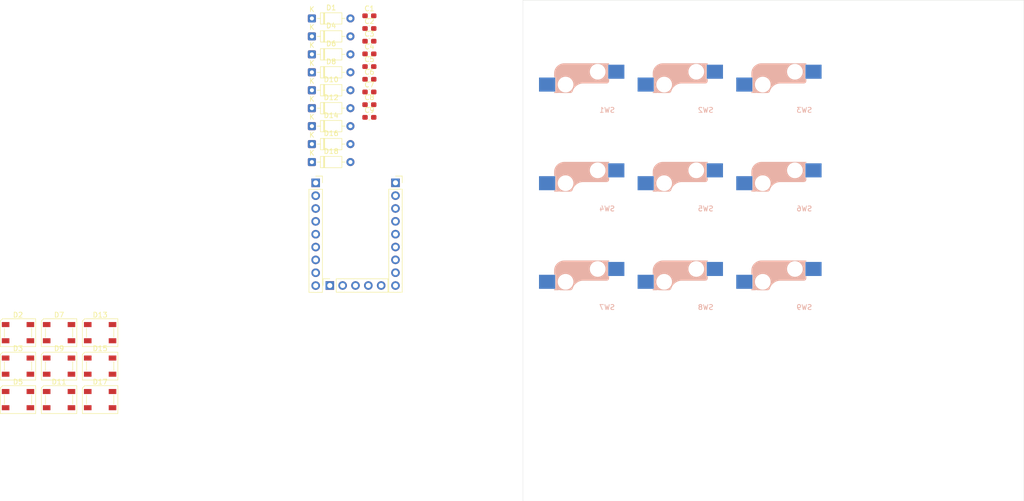
<source format=kicad_pcb>
(kicad_pcb (version 20241229) (generator "pcbnew") (generator_version "9.0")
  (layers (0 "F.Cu" signal) (2 "B.Cu" signal) (13 "F.Paste" user) (15 "B.Paste" user) (5 "F.SilkS" user "F.Silkscreen") (7 "B.SilkS" user "B.Silkscreen") (1 "F.Mask" user) (3 "B.Mask" user) (25 "Edge.Cuts" user))
  (net 0 "")
  (net 1 "+5V")
  (net 2 "GND")
  (net 3 "Net-(D1-K)")
  (net 4 "Net-(D1-A)")
  (net 5 "Net-(D2-DOUT)")
  (net 6 "Net-(D2-DIN)")
  (net 7 "Net-(D3-DOUT)")
  (net 8 "Net-(D4-A)")
  (net 9 "Net-(D5-DOUT)")
  (net 10 "Net-(D6-A)")
  (net 11 "Net-(D7-DOUT)")
  (net 12 "Net-(D10-K)")
  (net 13 "Net-(D8-A)")
  (net 14 "Net-(D11-DIN)")
  (net 15 "Net-(D10-A)")
  (net 16 "Net-(D11-DOUT)")
  (net 17 "Net-(D12-A)")
  (net 18 "Net-(D13-DOUT)")
  (net 19 "Net-(D14-A)")
  (net 20 "Net-(D14-K)")
  (net 21 "Net-(D15-DOUT)")
  (net 22 "Net-(D16-A)")
  (net 24 "Net-(D18-A)")
  (net 25 "Net-(SW1-Pad1)")
  (net 26 "Net-(SW2-Pad1)")
  (net 27 "Net-(SW3-Pad1)")
  (footprint "RP2040-ZeroSocket:RP2040-ZeroSocket" (layer "F.Cu") (at 91.45 65.89)
    (property "Reference" "U1" (hide yes))
    (property "Value" "RP2040-Zero" (hide yes))
    (pad "0" thru_hole rect (at 7.61 -10.01) (size 1.7 1.7) (drill 1) (layers "*.Cu" "*.Mask") (net 27 "Net-(SW3-Pad1)"))
    (pad "1" thru_hole circle (at 7.61 -7.47) (size 1.7 1.7) (drill 1) (layers "*.Cu" "*.Mask") (net 26 "Net-(SW2-Pad1)"))
    (pad "2" thru_hole circle (at 7.61 -4.93) (size 1.7 1.7) (drill 1) (layers "*.Cu" "*.Mask") (net 25 "Net-(SW1-Pad1)"))
    (pad "3" thru_hole circle (at 7.61 -2.39) (size 1.7 1.7) (drill 1) (layers "*.Cu" "*.Mask"))
    (pad "4" thru_hole circle (at 7.61 0.15) (size 1.7 1.7) (drill 1) (layers "*.Cu" "*.Mask"))
    (pad "5" thru_hole circle (at 7.61 2.69) (size 1.7 1.7) (drill 1) (layers "*.Cu" "*.Mask"))
    (pad "6" thru_hole circle (at 7.61 5.23) (size 1.7 1.7) (drill 1) (layers "*.Cu" "*.Mask"))
    (pad "7" thru_hole circle (at 7.61 7.77) (size 1.7 1.7) (drill 1) (layers "*.Cu" "*.Mask"))
    (pad "8" thru_hole circle (at 7.61 10.31) (size 1.7 1.7) (drill 1) (layers "*.Cu" "*.Mask"))
    (pad "9" thru_hole circle (at 4.78 10.3 90) (size 1.7 1.7) (drill 1) (layers "*.Cu" "*.Mask"))
    (pad "10" thru_hole circle (at 2.24 10.3 90) (size 1.7 1.7) (drill 1) (layers "*.Cu" "*.Mask"))
    (pad "11" thru_hole circle (at -0.3 10.3 90) (size 1.7 1.7) (drill 1) (layers "*.Cu" "*.Mask"))
    (pad "12" thru_hole circle (at -2.84 10.3 90) (size 1.7 1.7) (drill 1) (layers "*.Cu" "*.Mask"))
    (pad "13" thru_hole rect (at -5.38 10.3 90) (size 1.7 1.7) (drill 1) (layers "*.Cu" "*.Mask") (net 6 "Net-(D2-DIN)"))
    (pad "14" thru_hole circle (at -8.17 10.32) (size 1.7 1.7) (drill 1) (layers "*.Cu" "*.Mask") (net 20 "Net-(D14-K)"))
    (pad "15" thru_hole circle (at -8.17 7.78) (size 1.7 1.7) (drill 1) (layers "*.Cu" "*.Mask") (net 12 "Net-(D10-K)"))
    (pad "26" thru_hole circle (at -8.17 5.24) (size 1.7 1.7) (drill 1) (layers "*.Cu" "*.Mask") (net 3 "Net-(D1-K)"))
    (pad "27" thru_hole circle (at -8.17 2.7) (size 1.7 1.7) (drill 1) (layers "*.Cu" "*.Mask"))
    (pad "28" thru_hole circle (at -8.17 0.16) (size 1.7 1.7) (drill 1) (layers "*.Cu" "*.Mask"))
    (pad "29" thru_hole circle (at -8.17 -2.38) (size 1.7 1.7) (drill 1) (layers "*.Cu" "*.Mask"))
    (pad "30" thru_hole circle (at -8.17 -4.92) (size 1.7 1.7) (drill 1) (layers "*.Cu" "*.Mask"))
    (pad "31" thru_hole circle (at -8.17 -7.46) (size 1.7 1.7) (drill 1) (layers "*.Cu" "*.Mask") (net 2 "GND"))
    (pad "32" thru_hole rect (at -8.17 -10) (size 1.7 1.7) (drill 1) (layers "*.Cu" "*.Mask") (net 1 "+5V"))
  )
  (footprint "LED_SMD:LED_SK6812_PLCC4_5.0x5.0mm_P3.2mm" (layer "F.Cu") (at 32.535 85.515)
    (property "Reference" "D7" (at 0 -3.5 0) (layer "F.SilkS"))
    (property "Value" "SK6812")
    (pad "1" smd rect (at -2.45 -1.6 180) (size 1.5 1) (layers "F.Cu" "F.Mask" "F.Paste") (net 2 "GND"))
    (pad "2" smd rect (at -2.45 1.6 180) (size 1.5 1) (layers "F.Cu" "F.Mask" "F.Paste") (net 9 "Net-(D5-DOUT)"))
    (pad "3" smd rect (at 2.45 1.6 180) (size 1.5 1) (layers "F.Cu" "F.Mask" "F.Paste") (net 1 "+5V"))
    (pad "4" smd rect (at 2.45 -1.6 180) (size 1.5 1) (layers "F.Cu" "F.Mask" "F.Paste") (net 11 "Net-(D7-DOUT)"))
  )
  (footprint "Capacitor_SMD:C_0603_1608Metric_Pad1.08x0.95mm_HandSolder" (layer "F.Cu") (at 93.9 32.9)
    (property "Reference" "C5" (at 0 -1.43 0) (layer "F.SilkS"))
    (property "Value" "0.1uF")
    (pad "1" smd roundrect (at -0.8625 0) (size 1.075 0.95) (layers "F.Cu" "F.Mask" "F.Paste") (net 1 "+5V"))
    (pad "2" smd roundrect (at 0.8625 0) (size 1.075 0.95) (layers "F.Cu" "F.Mask" "F.Paste") (net 2 "GND"))
  )
  (footprint "Capacitor_SMD:C_0603_1608Metric_Pad1.08x0.95mm_HandSolder" (layer "F.Cu") (at 93.9 30.39)
    (property "Reference" "C4" (at 0 -1.43 0) (layer "F.SilkS"))
    (property "Value" "0.1uF")
    (pad "1" smd roundrect (at -0.8625 0) (size 1.075 0.95) (layers "F.Cu" "F.Mask" "F.Paste") (net 1 "+5V"))
    (pad "2" smd roundrect (at 0.8625 0) (size 1.075 0.95) (layers "F.Cu" "F.Mask" "F.Paste") (net 2 "GND"))
  )
  (footprint "Capacitor_SMD:C_0603_1608Metric_Pad1.08x0.95mm_HandSolder" (layer "F.Cu") (at 93.9 27.88)
    (property "Reference" "C3" (at 0 -1.43 0) (layer "F.SilkS"))
    (property "Value" "0.1uF")
    (pad "1" smd roundrect (at -0.8625 0) (size 1.075 0.95) (layers "F.Cu" "F.Mask" "F.Paste") (net 1 "+5V"))
    (pad "2" smd roundrect (at 0.8625 0) (size 1.075 0.95) (layers "F.Cu" "F.Mask" "F.Paste") (net 2 "GND"))
  )
  (footprint "Capacitor_SMD:C_0603_1608Metric_Pad1.08x0.95mm_HandSolder" (layer "F.Cu") (at 93.9 25.37)
    (property "Reference" "C2" (at 0 -1.43 0) (layer "F.SilkS"))
    (property "Value" "0.1uF")
    (pad "1" smd roundrect (at -0.8625 0) (size 1.075 0.95) (layers "F.Cu" "F.Mask" "F.Paste") (net 1 "+5V"))
    (pad "2" smd roundrect (at 0.8625 0) (size 1.075 0.95) (layers "F.Cu" "F.Mask" "F.Paste") (net 2 "GND"))
  )
  (footprint "isw-kbd:CherryMX_Hotswap_1u" (layer "F.Cu") (at 175.5 58.5)
    (property "Reference" "SW6" (at 4.4 2.5 0) (layer "B.SilkS") (effects (justify mirror)))
    (property "Value" "SW_Push" (hide yes))
    (pad "" np_thru_hole circle (at -5.08 0 90) (size 1.7 1.7) (drill 1.7) (layers "*.Cu" "*.Mask"))
    (pad "" np_thru_hole circle (at -3.81 -2.54) (size 3 3) (drill 3) (layers "*.Cu" "*.Mask"))
    (pad "" np_thru_hole circle (at 0 0 90) (size 4 4) (drill 4) (layers "*.Cu"))
    (pad "" np_thru_hole circle (at 2.54 -5.08) (size 3 3) (drill 3) (layers "*.Cu" "*.Mask"))
    (pad "" np_thru_hole circle (at 5.08 0 90) (size 1.7 1.7) (drill 1.7) (layers "*.Cu" "*.Mask"))
    (pad "1" smd rect (at -7.085 -2.54 180) (size 3.2 2.78) (drill (offset 0.378 0)) (layers "B.Cu" "B.Mask" "B.Paste") (net 27 "Net-(SW3-Pad1)"))
    (pad "2" smd rect (at 5.842 -5.08 180) (size 3.2 2.78) (drill (offset -0.378 0)) (layers "B.Cu" "B.Mask" "B.Paste") (net 17 "Net-(D12-A)"))
  )
  (footprint "Capacitor_SMD:C_0603_1608Metric_Pad1.08x0.95mm_HandSolder" (layer "F.Cu") (at 93.9 35.41)
    (property "Reference" "C6" (at 0 -1.43 0) (layer "F.SilkS"))
    (property "Value" "0.1uF")
    (pad "1" smd roundrect (at -0.8625 0) (size 1.075 0.95) (layers "F.Cu" "F.Mask" "F.Paste") (net 1 "+5V"))
    (pad "2" smd roundrect (at 0.8625 0) (size 1.075 0.95) (layers "F.Cu" "F.Mask" "F.Paste") (net 2 "GND"))
  )
  (footprint "Capacitor_SMD:C_0603_1608Metric_Pad1.08x0.95mm_HandSolder" (layer "F.Cu") (at 93.9 37.92)
    (property "Reference" "C7" (at 0 -1.43 0) (layer "F.SilkS"))
    (property "Value" "0.1uF")
    (pad "1" smd roundrect (at -0.8625 0) (size 1.075 0.95) (layers "F.Cu" "F.Mask" "F.Paste") (net 1 "+5V"))
    (pad "2" smd roundrect (at 0.8625 0) (size 1.075 0.95) (layers "F.Cu" "F.Mask" "F.Paste") (net 2 "GND"))
  )
  (footprint "Capacitor_SMD:C_0603_1608Metric_Pad1.08x0.95mm_HandSolder" (layer "F.Cu") (at 93.9 42.94)
    (property "Reference" "C9" (at 0 -1.43 0) (layer "F.SilkS"))
    (property "Value" "0.1uF")
    (pad "1" smd roundrect (at -0.8625 0) (size 1.075 0.95) (layers "F.Cu" "F.Mask" "F.Paste") (net 1 "+5V"))
    (pad "2" smd roundrect (at 0.8625 0) (size 1.075 0.95) (layers "F.Cu" "F.Mask" "F.Paste") (net 2 "GND"))
  )
  (footprint "isw-kbd:CherryMX_Hotswap_1u" (layer "F.Cu") (at 175.5 78)
    (property "Reference" "SW9" (at 4.4 2.5 0) (layer "B.SilkS") (effects (justify mirror)))
    (property "Value" "SW_Push" (hide yes))
    (pad "" np_thru_hole circle (at -5.08 0 90) (size 1.7 1.7) (drill 1.7) (layers "*.Cu" "*.Mask"))
    (pad "" np_thru_hole circle (at -3.81 -2.54) (size 3 3) (drill 3) (layers "*.Cu" "*.Mask"))
    (pad "" np_thru_hole circle (at 0 0 90) (size 4 4) (drill 4) (layers "*.Cu"))
    (pad "" np_thru_hole circle (at 2.54 -5.08) (size 3 3) (drill 3) (layers "*.Cu" "*.Mask"))
    (pad "" np_thru_hole circle (at 5.08 0 90) (size 1.7 1.7) (drill 1.7) (layers "*.Cu" "*.Mask"))
    (pad "1" smd rect (at -7.085 -2.54 180) (size 3.2 2.78) (drill (offset 0.378 0)) (layers "B.Cu" "B.Mask" "B.Paste") (net 27 "Net-(SW3-Pad1)"))
    (pad "2" smd rect (at 5.842 -5.08 180) (size 3.2 2.78) (drill (offset -0.378 0)) (layers "B.Cu" "B.Mask" "B.Paste") (net 24 "Net-(D18-A)"))
  )
  (footprint "LED_SMD:LED_SK6812_PLCC4_5.0x5.0mm_P3.2mm" (layer "F.Cu") (at 40.655 92.135)
    (property "Reference" "D15" (at 0 -3.5 0) (layer "F.SilkS"))
    (property "Value" "SK6812")
    (pad "1" smd rect (at -2.45 -1.6 180) (size 1.5 1) (layers "F.Cu" "F.Mask" "F.Paste") (net 2 "GND"))
    (pad "2" smd rect (at -2.45 1.6 180) (size 1.5 1) (layers "F.Cu" "F.Mask" "F.Paste") (net 18 "Net-(D13-DOUT)"))
    (pad "3" smd rect (at 2.45 1.6 180) (size 1.5 1) (layers "F.Cu" "F.Mask" "F.Paste") (net 1 "+5V"))
    (pad "4" smd rect (at 2.45 -1.6 180) (size 1.5 1) (layers "F.Cu" "F.Mask" "F.Paste") (net 21 "Net-(D15-DOUT)"))
  )
  (footprint "LED_SMD:LED_SK6812_PLCC4_5.0x5.0mm_P3.2mm" (layer "F.Cu") (at 40.655 85.515)
    (property "Reference" "D13" (at 0 -3.5 0) (layer "F.SilkS"))
    (property "Value" "SK6812")
    (pad "1" smd rect (at -2.45 -1.6 180) (size 1.5 1) (layers "F.Cu" "F.Mask" "F.Paste") (net 2 "GND"))
    (pad "2" smd rect (at -2.45 1.6 180) (size 1.5 1) (layers "F.Cu" "F.Mask" "F.Paste") (net 16 "Net-(D11-DOUT)"))
    (pad "3" smd rect (at 2.45 1.6 180) (size 1.5 1) (layers "F.Cu" "F.Mask" "F.Paste") (net 1 "+5V"))
    (pad "4" smd rect (at 2.45 -1.6 180) (size 1.5 1) (layers "F.Cu" "F.Mask" "F.Paste") (net 18 "Net-(D13-DOUT)"))
  )
  (footprint "LED_SMD:LED_SK6812_PLCC4_5.0x5.0mm_P3.2mm" (layer "F.Cu") (at 24.415 92.135)
    (property "Reference" "D3" (at 0 -3.5 0) (layer "F.SilkS"))
    (property "Value" "SK6812")
    (pad "1" smd rect (at -2.45 -1.6 180) (size 1.5 1) (layers "F.Cu" "F.Mask" "F.Paste") (net 2 "GND"))
    (pad "2" smd rect (at -2.45 1.6 180) (size 1.5 1) (layers "F.Cu" "F.Mask" "F.Paste") (net 5 "Net-(D2-DOUT)"))
    (pad "3" smd rect (at 2.45 1.6 180) (size 1.5 1) (layers "F.Cu" "F.Mask" "F.Paste") (net 1 "+5V"))
    (pad "4" smd rect (at 2.45 -1.6 180) (size 1.5 1) (layers "F.Cu" "F.Mask" "F.Paste") (net 7 "Net-(D3-DOUT)"))
  )
  (footprint "Diode_THT:D_DO-35_SOD27_P7.62mm_Horizontal" (layer "F.Cu") (at 82.53 48.23)
    (property "Reference" "D16" (at 3.81 -2.12 0) (layer "F.SilkS"))
    (property "Value" "1N4148")
    (fp_text user "K" (at 0 -1.8 0) (layer "F.SilkS"))
    (pad "1" thru_hole roundrect (at 0 0) (size 1.6 1.6) (drill 0.8) (layers "*.Cu" "*.Mask") (roundrect_rratio 0.15625) (net 20 "Net-(D14-K)"))
    (pad "2" thru_hole circle (at 7.62 0) (size 1.6 1.6) (drill 0.8) (layers "*.Cu" "*.Mask") (net 22 "Net-(D16-A)"))
  )
  (footprint "Capacitor_SMD:C_0603_1608Metric_Pad1.08x0.95mm_HandSolder" (layer "F.Cu") (at 93.9 40.43)
    (property "Reference" "C8" (at 0 -1.43 0) (layer "F.SilkS"))
    (property "Value" "0.1uF")
    (pad "1" smd roundrect (at -0.8625 0) (size 1.075 0.95) (layers "F.Cu" "F.Mask" "F.Paste") (net 1 "+5V"))
    (pad "2" smd roundrect (at 0.8625 0) (size 1.075 0.95) (layers "F.Cu" "F.Mask" "F.Paste") (net 2 "GND"))
  )
  (footprint "isw-kbd:CherryMX_Hotswap_1u" (layer "F.Cu") (at 156 58.5)
    (property "Reference" "SW5" (at 4.4 2.5 0) (layer "B.SilkS") (effects (justify mirror)))
    (property "Value" "SW_Push" (hide yes))
    (pad "" np_thru_hole circle (at -5.08 0 90) (size 1.7 1.7) (drill 1.7) (layers "*.Cu" "*.Mask"))
    (pad "" np_thru_hole circle (at -3.81 -2.54) (size 3 3) (drill 3) (layers "*.Cu" "*.Mask"))
    (pad "" np_thru_hole circle (at 0 0 90) (size 4 4) (drill 4) (layers "*.Cu"))
    (pad "" np_thru_hole circle (at 2.54 -5.08) (size 3 3) (drill 3) (layers "*.Cu" "*.Mask"))
    (pad "" np_thru_hole circle (at 5.08 0 90) (size 1.7 1.7) (drill 1.7) (layers "*.Cu" "*.Mask"))
    (pad "1" smd rect (at -7.085 -2.54 180) (size 3.2 2.78) (drill (offset 0.378 0)) (layers "B.Cu" "B.Mask" "B.Paste") (net 26 "Net-(SW2-Pad1)"))
    (pad "2" smd rect (at 5.842 -5.08 180) (size 3.2 2.78) (drill (offset -0.378 0)) (layers "B.Cu" "B.Mask" "B.Paste") (net 15 "Net-(D10-A)"))
  )
  (footprint "isw-kbd:CherryMX_Hotswap_1u" (layer "F.Cu") (at 175.5 39)
    (property "Reference" "SW3" (at 4.4 2.5 0) (layer "B.SilkS") (effects (justify mirror)))
    (property "Value" "SW_Push" (hide yes))
    (pad "" np_thru_hole circle (at -5.08 0 90) (size 1.7 1.7) (drill 1.7) (layers "*.Cu" "*.Mask"))
    (pad "" np_thru_hole circle (at -3.81 -2.54) (size 3 3) (drill 3) (layers "*.Cu" "*.Mask"))
    (pad "" np_thru_hole circle (at 0 0 90) (size 4 4) (drill 4) (layers "*.Cu"))
    (pad "" np_thru_hole circle (at 2.54 -5.08) (size 3 3) (drill 3) (layers "*.Cu" "*.Mask"))
    (pad "" np_thru_hole circle (at 5.08 0 90) (size 1.7 1.7) (drill 1.7) (layers "*.Cu" "*.Mask"))
    (pad "1" smd rect (at -7.085 -2.54 180) (size 3.2 2.78) (drill (offset 0.378 0)) (layers "B.Cu" "B.Mask" "B.Paste") (net 27 "Net-(SW3-Pad1)"))
    (pad "2" smd rect (at 5.842 -5.08 180) (size 3.2 2.78) (drill (offset -0.378 0)) (layers "B.Cu" "B.Mask" "B.Paste") (net 10 "Net-(D6-A)"))
  )
  (footprint "LED_SMD:LED_SK6812_PLCC4_5.0x5.0mm_P3.2mm" (layer "F.Cu") (at 24.415 98.755)
    (property "Reference" "D5" (at 0 -3.5 0) (layer "F.SilkS"))
    (property "Value" "SK6812")
    (pad "1" smd rect (at -2.45 -1.6 180) (size 1.5 1) (layers "F.Cu" "F.Mask" "F.Paste") (net 2 "GND"))
    (pad "2" smd rect (at -2.45 1.6 180) (size 1.5 1) (layers "F.Cu" "F.Mask" "F.Paste") (net 7 "Net-(D3-DOUT)"))
    (pad "3" smd rect (at 2.45 1.6 180) (size 1.5 1) (layers "F.Cu" "F.Mask" "F.Paste") (net 1 "+5V"))
    (pad "4" smd rect (at 2.45 -1.6 180) (size 1.5 1) (layers "F.Cu" "F.Mask" "F.Paste") (net 9 "Net-(D5-DOUT)"))
  )
  (footprint "LED_SMD:LED_SK6812_PLCC4_5.0x5.0mm_P3.2mm" (layer "F.Cu") (at 40.655 98.755)
    (property "Reference" "D17" (at 0 -3.5 0) (layer "F.SilkS"))
    (property "Value" "SK6812")
    (pad "1" smd rect (at -2.45 -1.6 180) (size 1.5 1) (layers "F.Cu" "F.Mask" "F.Paste") (net 2 "GND"))
    (pad "2" smd rect (at -2.45 1.6 180) (size 1.5 1) (layers "F.Cu" "F.Mask" "F.Paste") (net 21 "Net-(D15-DOUT)"))
    (pad "3" smd rect (at 2.45 1.6 180) (size 1.5 1) (layers "F.Cu" "F.Mask" "F.Paste") (net 1 "+5V"))
    (pad "4" smd rect (at 2.45 -1.6 180) (size 1.5 1) (layers "F.Cu" "F.Mask" "F.Paste"))
  )
  (footprint "isw-kbd:CherryMX_Hotswap_1u" (layer "F.Cu") (at 156 78)
    (property "Reference" "SW8" (at 4.4 2.5 0) (layer "B.SilkS") (effects (justify mirror)))
    (property "Value" "SW_Push" (hide yes))
    (pad "" np_thru_hole circle (at -5.08 0 90) (size 1.7 1.7) (drill 1.7) (layers "*.Cu" "*.Mask"))
    (pad "" np_thru_hole circle (at -3.81 -2.54) (size 3 3) (drill 3) (layers "*.Cu" "*.Mask"))
    (pad "" np_thru_hole circle (at 0 0 90) (size 4 4) (drill 4) (layers "*.Cu"))
    (pad "" np_thru_hole circle (at 2.54 -5.08) (size 3 3) (drill 3) (layers "*.Cu" "*.Mask"))
    (pad "" np_thru_hole circle (at 5.08 0 90) (size 1.7 1.7) (drill 1.7) (layers "*.Cu" "*.Mask"))
    (pad "1" smd rect (at -7.085 -2.54 180) (size 3.2 2.78) (drill (offset 0.378 0)) (layers "B.Cu" "B.Mask" "B.Paste") (net 26 "Net-(SW2-Pad1)"))
    (pad "2" smd rect (at 5.842 -5.08 180) (size 3.2 2.78) (drill (offset -0.378 0)) (layers "B.Cu" "B.Mask" "B.Paste") (net 22 "Net-(D16-A)"))
  )
  (footprint "isw-kbd:CherryMX_Hotswap_1u" (layer "F.Cu") (at 136.5 58.5)
    (property "Reference" "SW4" (at 4.4 2.5 0) (layer "B.SilkS") (effects (justify mirror)))
    (property "Value" "SW_Push" (hide yes))
    (pad "" np_thru_hole circle (at -5.08 0 90) (size 1.7 1.7) (drill 1.7) (layers "*.Cu" "*.Mask"))
    (pad "" np_thru_hole circle (at -3.81 -2.54) (size 3 3) (drill 3) (layers "*.Cu" "*.Mask"))
    (pad "" np_thru_hole circle (at 0 0 90) (size 4 4) (drill 4) (layers "*.Cu"))
    (pad "" np_thru_hole circle (at 2.54 -5.08) (size 3 3) (drill 3) (layers "*.Cu" "*.Mask"))
    (pad "" np_thru_hole circle (at 5.08 0 90) (size 1.7 1.7) (drill 1.7) (layers "*.Cu" "*.Mask"))
    (pad "1" smd rect (at -7.085 -2.54 180) (size 3.2 2.78) (drill (offset 0.378 0)) (layers "B.Cu" "B.Mask" "B.Paste") (net 25 "Net-(SW1-Pad1)"))
    (pad "2" smd rect (at 5.842 -5.08 180) (size 3.2 2.78) (drill (offset -0.378 0)) (layers "B.Cu" "B.Mask" "B.Paste") (net 13 "Net-(D8-A)"))
  )
  (footprint "isw-kbd:CherryMX_Hotswap_1u" (layer "F.Cu") (at 136.5 78)
    (property "Reference" "SW7" (at 4.4 2.5 0) (layer "B.SilkS") (effects (justify mirror)))
    (property "Value" "SW_Push" (hide yes))
    (pad "" np_thru_hole circle (at -5.08 0 90) (size 1.7 1.7) (drill 1.7) (layers "*.Cu" "*.Mask"))
    (pad "" np_thru_hole circle (at -3.81 -2.54) (size 3 3) (drill 3) (layers "*.Cu" "*.Mask"))
    (pad "" np_thru_hole circle (at 0 0 90) (size 4 4) (drill 4) (layers "*.Cu"))
    (pad "" np_thru_hole circle (at 2.54 -5.08) (size 3 3) (drill 3) (layers "*.Cu" "*.Mask"))
    (pad "" np_thru_hole circle (at 5.08 0 90) (size 1.7 1.7) (drill 1.7) (layers "*.Cu" "*.Mask"))
    (pad "1" smd rect (at -7.085 -2.54 180) (size 3.2 2.78) (drill (offset 0.378 0)) (layers "B.Cu" "B.Mask" "B.Paste") (net 25 "Net-(SW1-Pad1)"))
    (pad "2" smd rect (at 5.842 -5.08 180) (size 3.2 2.78) (drill (offset -0.378 0)) (layers "B.Cu" "B.Mask" "B.Paste") (net 19 "Net-(D14-A)"))
  )
  (footprint "Diode_THT:D_DO-35_SOD27_P7.62mm_Horizontal" (layer "F.Cu") (at 82.53 30.48)
    (property "Reference" "D6" (at 3.81 -2.12 0) (layer "F.SilkS"))
    (property "Value" "1N4148")
    (fp_text user "K" (at 0 -1.8 0) (layer "F.SilkS"))
    (pad "1" thru_hole roundrect (at 0 0) (size 1.6 1.6) (drill 0.8) (layers "*.Cu" "*.Mask") (roundrect_rratio 0.15625) (net 3 "Net-(D1-K)"))
    (pad "2" thru_hole circle (at 7.62 0) (size 1.6 1.6) (drill 0.8) (layers "*.Cu" "*.Mask") (net 10 "Net-(D6-A)"))
  )
  (footprint "isw-kbd:CherryMX_Hotswap_1u" (layer "F.Cu") (at 136.5 39)
    (property "Reference" "SW1" (at 4.4 2.5 0) (layer "B.SilkS") (effects (justify mirror)))
    (property "Value" "SW_Push" (hide yes))
    (pad "" np_thru_hole circle (at -5.08 0 90) (size 1.7 1.7) (drill 1.7) (layers "*.Cu" "*.Mask"))
    (pad "" np_thru_hole circle (at -3.81 -2.54) (size 3 3) (drill 3) (layers "*.Cu" "*.Mask"))
    (pad "" np_thru_hole circle (at 0 0 90) (size 4 4) (drill 4) (layers "*.Cu"))
    (pad "" np_thru_hole circle (at 2.54 -5.08) (size 3 3) (drill 3) (layers "*.Cu" "*.Mask"))
    (pad "" np_thru_hole circle (at 5.08 0 90) (size 1.7 1.7) (drill 1.7) (layers "*.Cu" "*.Mask"))
    (pad "1" smd rect (at -7.085 -2.54 180) (size 3.2 2.78) (drill (offset 0.378 0)) (layers "B.Cu" "B.Mask" "B.Paste") (net 25 "Net-(SW1-Pad1)"))
    (pad "2" smd rect (at 5.842 -5.08 180) (size 3.2 2.78) (drill (offset -0.378 0)) (layers "B.Cu" "B.Mask" "B.Paste") (net 4 "Net-(D1-A)"))
  )
  (footprint "LED_SMD:LED_SK6812_PLCC4_5.0x5.0mm_P3.2mm" (layer "F.Cu") (at 24.415 85.515)
    (property "Reference" "D2" (at 0 -3.5 0) (layer "F.SilkS"))
    (property "Value" "SK6812")
    (pad "1" smd rect (at -2.45 -1.6 180) (size 1.5 1) (layers "F.Cu" "F.Mask" "F.Paste") (net 2 "GND"))
    (pad "2" smd rect (at -2.45 1.6 180) (size 1.5 1) (layers "F.Cu" "F.Mask" "F.Paste") (net 6 "Net-(D2-DIN)"))
    (pad "3" smd rect (at 2.45 1.6 180) (size 1.5 1) (layers "F.Cu" "F.Mask" "F.Paste") (net 1 "+5V"))
    (pad "4" smd rect (at 2.45 -1.6 180) (size 1.5 1) (layers "F.Cu" "F.Mask" "F.Paste") (net 5 "Net-(D2-DOUT)"))
  )
  (footprint "Diode_THT:D_DO-35_SOD27_P7.62mm_Horizontal" (layer "F.Cu") (at 82.53 41.13)
    (property "Reference" "D12" (at 3.81 -2.12 0) (layer "F.SilkS"))
    (property "Value" "1N4148")
    (fp_text user "K" (at 0 -1.8 0) (layer "F.SilkS"))
    (pad "1" thru_hole roundrect (at 0 0) (size 1.6 1.6) (drill 0.8) (layers "*.Cu" "*.Mask") (roundrect_rratio 0.15625) (net 12 "Net-(D10-K)"))
    (pad "2" thru_hole circle (at 7.62 0) (size 1.6 1.6) (drill 0.8) (layers "*.Cu" "*.Mask") (net 17 "Net-(D12-A)"))
  )
  (footprint "Diode_THT:D_DO-35_SOD27_P7.62mm_Horizontal" (layer "F.Cu") (at 82.53 51.78)
    (property "Reference" "D18" (at 3.81 -2.12 0) (layer "F.SilkS"))
    (property "Value" "1N4148")
    (fp_text user "K" (at 0 -1.8 0) (layer "F.SilkS"))
    (pad "1" thru_hole roundrect (at 0 0) (size 1.6 1.6) (drill 0.8) (layers "*.Cu" "*.Mask") (roundrect_rratio 0.15625) (net 20 "Net-(D14-K)"))
    (pad "2" thru_hole circle (at 7.62 0) (size 1.6 1.6) (drill 0.8) (layers "*.Cu" "*.Mask") (net 24 "Net-(D18-A)"))
  )
  (footprint "Diode_THT:D_DO-35_SOD27_P7.62mm_Horizontal" (layer "F.Cu") (at 82.53 34.03)
    (property "Reference" "D8" (at 3.81 -2.12 0) (layer "F.SilkS"))
    (property "Value" "1N4148")
    (fp_text user "K" (at 0 -1.8 0) (layer "F.SilkS"))
    (pad "1" thru_hole roundrect (at 0 0) (size 1.6 1.6) (drill 0.8) (layers "*.Cu" "*.Mask") (roundrect_rratio 0.15625) (net 12 "Net-(D10-K)"))
    (pad "2" thru_hole circle (at 7.62 0) (size 1.6 1.6) (drill 0.8) (layers "*.Cu" "*.Mask") (net 13 "Net-(D8-A)"))
  )
  (footprint "Capacitor_SMD:C_0603_1608Metric_Pad1.08x0.95mm_HandSolder" (layer "F.Cu") (at 93.9 22.86)
    (property "Reference" "C1" (at 0 -1.43 0) (layer "F.SilkS"))
    (property "Value" "0.1uF")
    (pad "1" smd roundrect (at -0.8625 0) (size 1.075 0.95) (layers "F.Cu" "F.Mask" "F.Paste") (net 1 "+5V"))
    (pad "2" smd roundrect (at 0.8625 0) (size 1.075 0.95) (layers "F.Cu" "F.Mask" "F.Paste") (net 2 "GND"))
  )
  (footprint "Diode_THT:D_DO-35_SOD27_P7.62mm_Horizontal" (layer "F.Cu") (at 82.53 26.93)
    (property "Reference" "D4" (at 3.81 -2.12 0) (layer "F.SilkS"))
    (property "Value" "1N4148")
    (fp_text user "K" (at 0 -1.8 0) (layer "F.SilkS"))
    (pad "1" thru_hole roundrect (at 0 0) (size 1.6 1.6) (drill 0.8) (layers "*.Cu" "*.Mask") (roundrect_rratio 0.15625) (net 3 "Net-(D1-K)"))
    (pad "2" thru_hole circle (at 7.62 0) (size 1.6 1.6) (drill 0.8) (layers "*.Cu" "*.Mask") (net 8 "Net-(D4-A)"))
  )
  (footprint "isw-kbd:CherryMX_Hotswap_1u" (layer "F.Cu") (at 156 39)
    (property "Reference" "SW2" (at 4.4 2.5 0) (layer "B.SilkS") (effects (justify mirror)))
    (property "Value" "SW_Push" (hide yes))
    (pad "" np_thru_hole circle (at -5.08 0 90) (size 1.7 1.7) (drill 1.7) (layers "*.Cu" "*.Mask"))
    (pad "" np_thru_hole circle (at -3.81 -2.54) (size 3 3) (drill 3) (layers "*.Cu" "*.Mask"))
    (pad "" np_thru_hole circle (at 0 0 90) (size 4 4) (drill 4) (layers "*.Cu"))
    (pad "" np_thru_hole circle (at 2.54 -5.08) (size 3 3) (drill 3) (layers "*.Cu" "*.Mask"))
    (pad "" np_thru_hole circle (at 5.08 0 90) (size 1.7 1.7) (drill 1.7) (layers "*.Cu" "*.Mask"))
    (pad "1" smd rect (at -7.085 -2.54 180) (size 3.2 2.78) (drill (offset 0.378 0)) (layers "B.Cu" "B.Mask" "B.Paste") (net 26 "Net-(SW2-Pad1)"))
    (pad "2" smd rect (at 5.842 -5.08 180) (size 3.2 2.78) (drill (offset -0.378 0)) (layers "B.Cu" "B.Mask" "B.Paste") (net 8 "Net-(D4-A)"))
  )
  (footprint "LED_SMD:LED_SK6812_PLCC4_5.0x5.0mm_P3.2mm" (layer "F.Cu") (at 32.535 98.755)
    (property "Reference" "D11" (at 0 -3.5 0) (layer "F.SilkS"))
    (property "Value" "SK6812")
    (pad "1" smd rect (at -2.45 -1.6 180) (size 1.5 1) (layers "F.Cu" "F.Mask" "F.Paste") (net 2 "GND"))
    (pad "2" smd rect (at -2.45 1.6 180) (size 1.5 1) (layers "F.Cu" "F.Mask" "F.Paste") (net 14 "Net-(D11-DIN)"))
    (pad "3" smd rect (at 2.45 1.6 180) (size 1.5 1) (layers "F.Cu" "F.Mask" "F.Paste") (net 1 "+5V"))
    (pad "4" smd rect (at 2.45 -1.6 180) (size 1.5 1) (layers "F.Cu" "F.Mask" "F.Paste") (net 16 "Net-(D11-DOUT)"))
  )
  (footprint "Diode_THT:D_DO-35_SOD27_P7.62mm_Horizontal" (layer "F.Cu") (at 82.53 44.68)
    (property "Reference" "D14" (at 3.81 -2.12 0) (layer "F.SilkS"))
    (property "Value" "1N4148")
    (fp_text user "K" (at 0 -1.8 0) (layer "F.SilkS"))
    (pad "1" thru_hole roundrect (at 0 0) (size 1.6 1.6) (drill 0.8) (layers "*.Cu" "*.Mask") (roundrect_rratio 0.15625) (net 20 "Net-(D14-K)"))
    (pad "2" thru_hole circle (at 7.62 0) (size 1.6 1.6) (drill 0.8) (layers "*.Cu" "*.Mask") (net 19 "Net-(D14-A)"))
  )
  (footprint "Diode_THT:D_DO-35_SOD27_P7.62mm_Horizontal" (layer "F.Cu") (at 82.53 23.38)
    (property "Reference" "D1" (at 3.81 -2.12 0) (layer "F.SilkS"))
    (property "Value" "1N4148")
    (fp_text user "K" (at 0 -1.8 0) (layer "F.SilkS"))
    (pad "1" thru_hole roundrect (at 0 0) (size 1.6 1.6) (drill 0.8) (layers "*.Cu" "*.Mask") (roundrect_rratio 0.15625) (net 3 "Net-(D1-K)"))
    (pad "2" thru_hole circle (at 7.62 0) (size 1.6 1.6) (drill 0.8) (layers "*.Cu" "*.Mask") (net 4 "Net-(D1-A)"))
  )
  (footprint "LED_SMD:LED_SK6812_PLCC4_5.0x5.0mm_P3.2mm" (layer "F.Cu") (at 32.535 92.135)
    (property "Reference" "D9" (at 0 -3.5 0) (layer "F.SilkS"))
    (property "Value" "SK6812")
    (pad "1" smd rect (at -2.45 -1.6 180) (size 1.5 1) (layers "F.Cu" "F.Mask" "F.Paste") (net 2 "GND"))
    (pad "2" smd rect (at -2.45 1.6 180) (size 1.5 1) (layers "F.Cu" "F.Mask" "F.Paste") (net 11 "Net-(D7-DOUT)"))
    (pad "3" smd rect (at 2.45 1.6 180) (size 1.5 1) (layers "F.Cu" "F.Mask" "F.Paste") (net 1 "+5V"))
    (pad "4" smd rect (at 2.45 -1.6 180) (size 1.5 1) (layers "F.Cu" "F.Mask" "F.Paste") (net 14 "Net-(D11-DIN)"))
  )
  (footprint "Diode_THT:D_DO-35_SOD27_P7.62mm_Horizontal" (layer "F.Cu") (at 82.53 37.58)
    (property "Reference" "D10" (at 3.81 -2.12 0) (layer "F.SilkS"))
    (property "Value" "1N4148")
    (fp_text user "K" (at 0 -1.8 0) (layer "F.SilkS"))
    (pad "1" thru_hole roundrect (at 0 0) (size 1.6 1.6) (drill 0.8) (layers "*.Cu" "*.Mask") (roundrect_rratio 0.15625) (net 12 "Net-(D10-K)"))
    (pad "2" thru_hole circle (at 7.62 0) (size 1.6 1.6) (drill 0.8) (layers "*.Cu" "*.Mask") (net 15 "Net-(D10-A)"))
  )
  (gr_rect (start 124.27 19.76) (end 223.33 118.82) (stroke (width 0.05)) (fill no) (layer "Edge.Cuts"))
)
</source>
